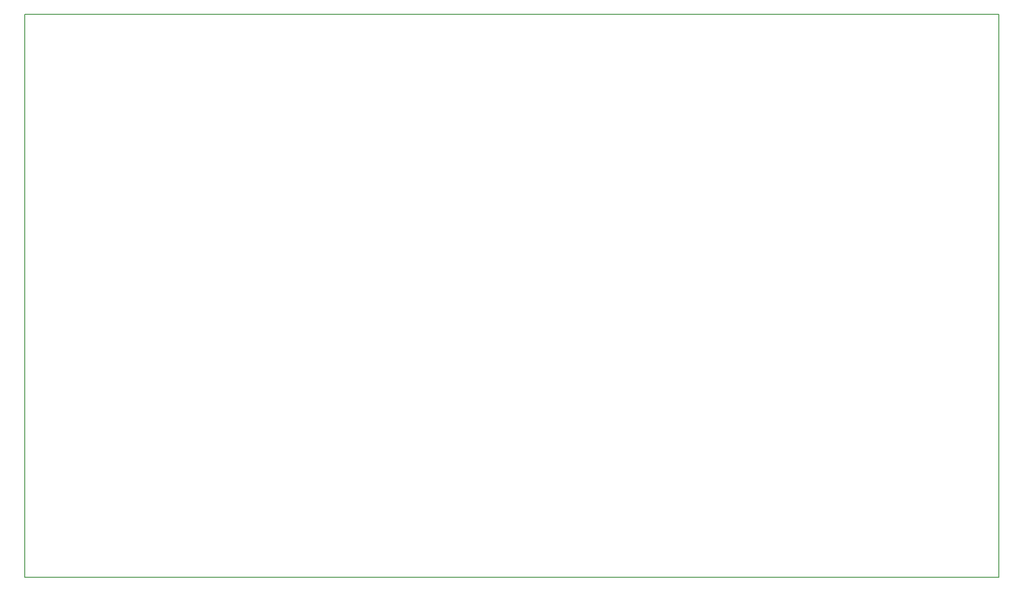
<source format=gbr>
%TF.GenerationSoftware,KiCad,Pcbnew,9.0.7*%
%TF.CreationDate,2026-02-09T15:58:27+01:00*%
%TF.ProjectId,SaunaPCB,5361756e-6150-4434-922e-6b696361645f,0.0.1*%
%TF.SameCoordinates,Original*%
%TF.FileFunction,Profile,NP*%
%FSLAX46Y46*%
G04 Gerber Fmt 4.6, Leading zero omitted, Abs format (unit mm)*
G04 Created by KiCad (PCBNEW 9.0.7) date 2026-02-09 15:58:27*
%MOMM*%
%LPD*%
G01*
G04 APERTURE LIST*
%TA.AperFunction,Profile*%
%ADD10C,0.200000*%
%TD*%
G04 APERTURE END LIST*
D10*
X60000000Y-47000000D02*
X250000000Y-47000000D01*
X250000000Y-157000000D01*
X60000000Y-157000000D01*
X60000000Y-47000000D01*
M02*

</source>
